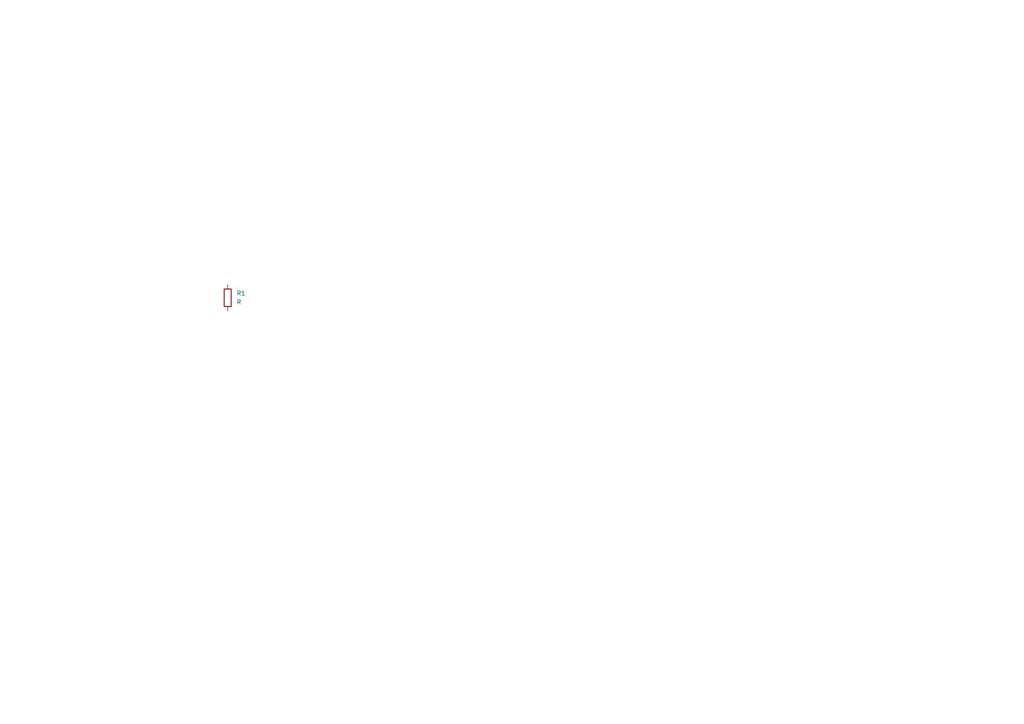
<source format=kicad_sch>
(kicad_sch (version 20231120) (generator "eeschema") (generator_version "8.0")
  (paper "A4")
  (lib_symbols
    (symbol "Device:R" (pin_numbers hide) (pin_names (offset 0))
      (property "Reference" "R" (at 2.032 0 90))
      (property "Value" "R" (at 0 0 90))
      (symbol "R_0_1"
        (rectangle (start -1.016 -2.54) (end 1.016 2.54) (stroke (width 0.254)))
      )
      (symbol "R_1_1"
        (pin passive line (at 0 3.81 270) (length 1.27) (name "~") (number "1"))
        (pin passive line (at 0 -3.81 90) (length 1.27) (name "~") (number "2"))
      )
    )
  )
  (symbol (lib_id "Device:R") (at 66.04 86.36 0) (unit 1)
    (property "Reference" "R1" (at 68.58 85.0899 0) (effects (justify left)))
    (property "Value" "R" (at 68.58 87.6299 0) (effects (justify left)))
    (property "Description" "Resistor" (effects (hide yes)))
  )
)
</source>
